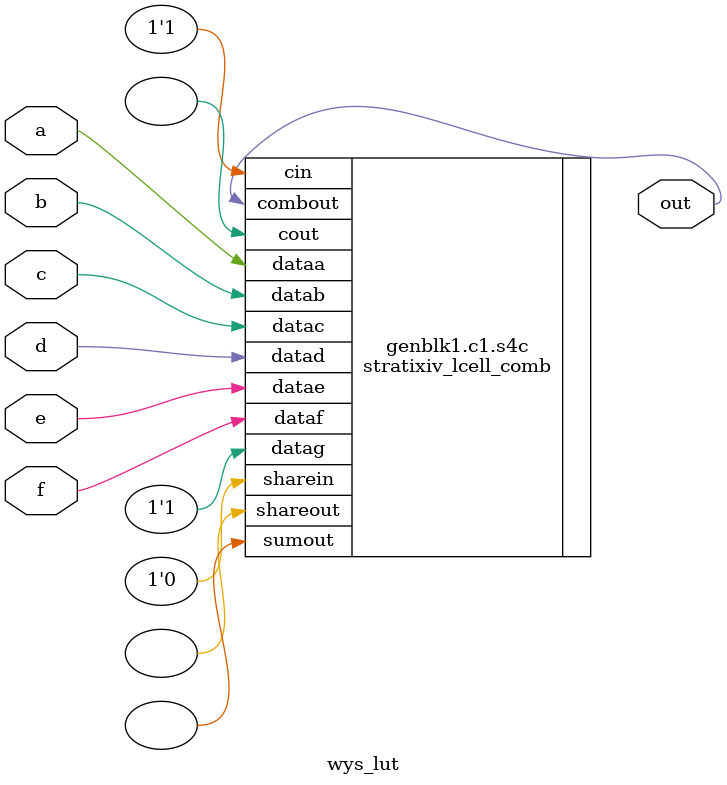
<source format=v>
`timescale 1 ps / 1 ps
module wys_lut #(
	parameter MASK = 64'h6996966996696996, // xor6
	parameter TARGET_CHIP = 1 // 0 generic, 1 S4, 2 S5
)
(
	input a,b,c,d,e,f,
	output out
);

// Handy masks - 
// 64'h8040201008040201 {a,b,c} == {d,e,f}
// 64'h6996966996696996 xor 6
// 64'h8020080200000000 ({b,c} == {d,e}) && a && f

generate
	if (TARGET_CHIP == 0) begin : c0
		// family neutral / simulation version
		wire [5:0] addr = {f,e,d,c,b,a};
		wire [63:0] tmp = MASK >> addr;
		assign out = tmp[0];
	end
	else if (TARGET_CHIP == 1) begin : c1
		stratixiv_lcell_comb s4c (
		  .dataa (a),.datab (b),.datac (c),.datad (d),.datae (e),.dataf (f),.datag(1'b1),
		  .cin(1'b1),.sharein(1'b0),.sumout(),.cout(),.shareout(),
		  .combout(out));
		defparam s4c .lut_mask = MASK;
		defparam s4c .shared_arith = "off";
		defparam s4c .extended_lut = "off";

	end
	else if (TARGET_CHIP == 2) begin : c2
		stratixv_lcell_comb s5c (
		  .dataa (a),.datab (b),.datac (c),.datad (d),.datae (e),.dataf (f),.datag(1'b1),
		  .cin(1'b1),.sharein(1'b0),.sumout(),.cout(),.shareout(),
		  .combout(out));
		defparam s5c .lut_mask = MASK;
		defparam s5c .shared_arith = "off";
		defparam s5c .extended_lut = "off";
	end
	else begin
		// synthesis translate off
		initial begin
			$display ("ERROR: Illegal TARGET_CHIP");
			$stop();
		end
		// synthesis translate on
		assign out = 1'b0;
	end
endgenerate
	

endmodule

// BENCHMARK INFO :  5SGXEA7N2F45C2ES
// BENCHMARK INFO :  Max depth :  1.0 LUTs
// BENCHMARK INFO :  Combinational ALUTs : 1
// BENCHMARK INFO :  Memory ALUTs : 0
// BENCHMARK INFO :  Dedicated logic registers : 0
// BENCHMARK INFO :  Total block memory bits : 0

</source>
